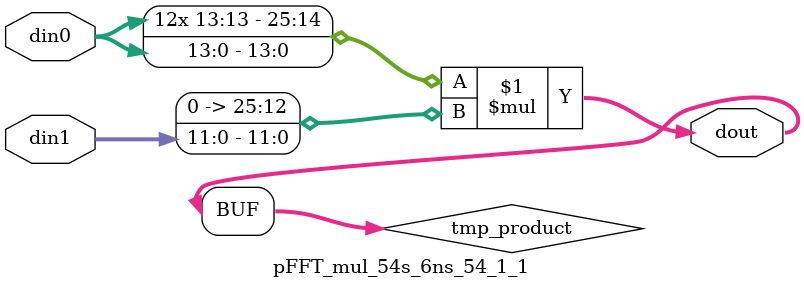
<source format=v>

`timescale 1 ns / 1 ps

 module pFFT_mul_54s_6ns_54_1_1(din0, din1, dout);
parameter ID = 1;
parameter NUM_STAGE = 0;
parameter din0_WIDTH = 14;
parameter din1_WIDTH = 12;
parameter dout_WIDTH = 26;

input [din0_WIDTH - 1 : 0] din0; 
input [din1_WIDTH - 1 : 0] din1; 
output [dout_WIDTH - 1 : 0] dout;

wire signed [dout_WIDTH - 1 : 0] tmp_product;


























assign tmp_product = $signed(din0) * $signed({1'b0, din1});









assign dout = tmp_product;





















endmodule

</source>
